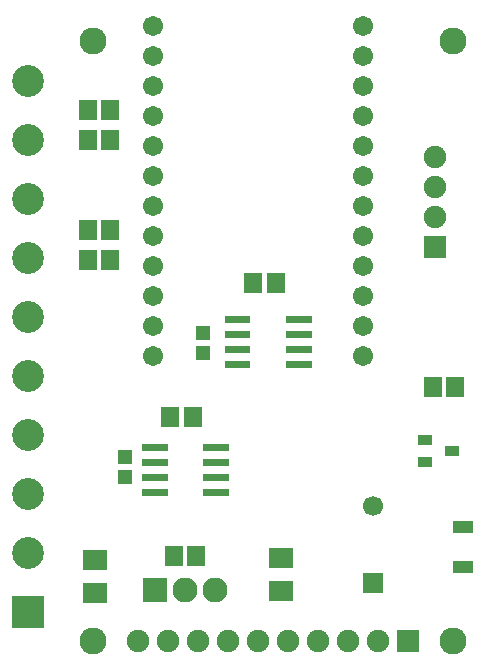
<source format=gbr>
G04 DipTrace 2.4.0.2*
%INToasty_TopMask.gbr*%
%MOIN*%
%ADD25R,0.0669X0.0669*%
%ADD26C,0.0669*%
%ADD32R,0.0748X0.0748*%
%ADD33C,0.0748*%
%ADD36C,0.09*%
%ADD42C,0.0828*%
%ADD43R,0.0828X0.0828*%
%ADD44C,0.0671*%
%ADD45R,0.0493X0.0336*%
%ADD49C,0.1064*%
%ADD51R,0.1064X0.1064*%
%ADD53R,0.071X0.0395*%
%ADD55R,0.0789X0.071*%
%ADD57R,0.0592X0.0671*%
%ADD59R,0.0474X0.0513*%
%FSLAX44Y44*%
G04*
G70*
G90*
G75*
G01*
%LNTopMask*%
%LPD*%
D59*
X7659Y10591D3*
Y11260D3*
D57*
X10073Y12925D3*
X9325D3*
D59*
X5053Y6449D3*
Y7118D3*
D57*
X7301Y8449D3*
X6553D3*
X3801Y18699D3*
X4549D3*
D55*
X4051Y2596D3*
Y3699D3*
X10250Y2648D3*
Y3750D3*
D57*
X3801Y14699D3*
X4549D3*
D53*
X16301Y3449D3*
Y4787D3*
G36*
X9234Y11581D2*
Y11817D1*
X8368D1*
Y11581D1*
X9234D1*
G37*
G36*
Y11081D2*
Y11317D1*
X8368D1*
Y11081D1*
X9234D1*
G37*
G36*
Y10581D2*
Y10817D1*
X8368D1*
Y10581D1*
X9234D1*
G37*
G36*
Y10081D2*
Y10317D1*
X8368D1*
Y10081D1*
X9234D1*
G37*
G36*
X11281D2*
Y10317D1*
X10415D1*
Y10081D1*
X11281D1*
G37*
G36*
Y10581D2*
Y10817D1*
X10415D1*
Y10581D1*
X11281D1*
G37*
G36*
Y11081D2*
Y11317D1*
X10415D1*
Y11081D1*
X11281D1*
G37*
G36*
Y11581D2*
Y11817D1*
X10415D1*
Y11581D1*
X11281D1*
G37*
G36*
X6486Y7331D2*
Y7567D1*
X5620D1*
Y7331D1*
X6486D1*
G37*
G36*
Y6831D2*
Y7067D1*
X5620D1*
Y6831D1*
X6486D1*
G37*
G36*
Y6331D2*
Y6567D1*
X5620D1*
Y6331D1*
X6486D1*
G37*
G36*
Y5831D2*
Y6067D1*
X5620D1*
Y5831D1*
X6486D1*
G37*
G36*
X8533D2*
Y6067D1*
X7667D1*
Y5831D1*
X8533D1*
G37*
G36*
Y6331D2*
Y6567D1*
X7667D1*
Y6331D1*
X8533D1*
G37*
G36*
Y6831D2*
Y7067D1*
X7667D1*
Y6831D1*
X8533D1*
G37*
G36*
Y7331D2*
Y7567D1*
X7667D1*
Y7331D1*
X8533D1*
G37*
D51*
X1801Y1949D3*
D49*
Y3917D3*
Y5886D3*
Y7854D3*
Y9823D3*
Y11791D3*
Y13760D3*
Y15728D3*
Y17697D3*
Y19665D3*
D32*
X14500Y1000D3*
D33*
X13500D3*
X12500D3*
X11500D3*
X10500D3*
X9500D3*
X8500D3*
X7500D3*
X6500D3*
X5500D3*
D36*
X16000D3*
X4000D3*
X16000Y21000D3*
X4000D3*
D32*
X15375Y14125D3*
D33*
Y15125D3*
Y16125D3*
Y17125D3*
D25*
X13331Y2919D3*
D26*
Y5478D3*
D45*
X15051Y7699D3*
Y6951D3*
X15957Y7325D3*
D57*
X4549Y13699D3*
X3801D3*
X6677Y3825D3*
X7425D3*
X4551Y17699D3*
X3803D3*
X15301Y9449D3*
X16049D3*
D44*
X13000Y10500D3*
Y11500D3*
Y12500D3*
Y13500D3*
Y14500D3*
Y15500D3*
Y16500D3*
Y17500D3*
Y18500D3*
Y19500D3*
Y20500D3*
Y21500D3*
X6000D3*
Y20500D3*
Y19500D3*
Y18500D3*
Y17500D3*
Y16500D3*
Y15500D3*
Y14500D3*
Y13500D3*
Y12500D3*
Y11500D3*
Y10500D3*
D43*
X6051Y2699D3*
D42*
X7051D3*
X8051D3*
M02*

</source>
